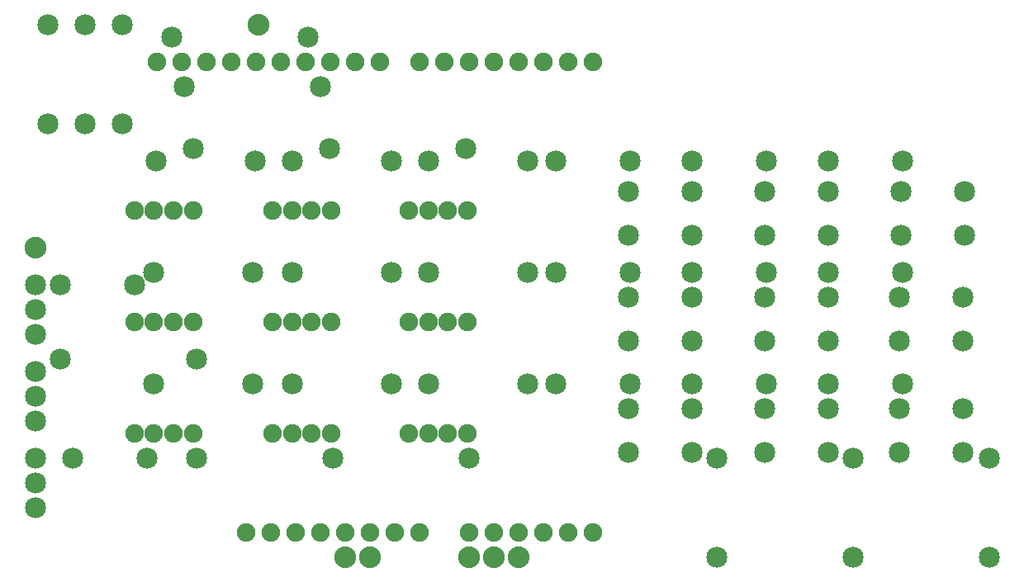
<source format=gbs>
G04 MADE WITH FRITZING*
G04 WWW.FRITZING.ORG*
G04 DOUBLE SIDED*
G04 HOLES PLATED*
G04 CONTOUR ON CENTER OF CONTOUR VECTOR*
%ASAXBY*%
%FSLAX23Y23*%
%MOIN*%
%OFA0B0*%
%SFA1.0B1.0*%
%ADD10C,0.075000*%
%ADD11C,0.085000*%
%ADD12C,0.075278*%
%ADD13C,0.088000*%
%LNMASK0*%
G90*
G70*
G54D10*
X1761Y1112D03*
X1840Y1112D03*
X1918Y1112D03*
X1997Y1112D03*
X1761Y662D03*
X1840Y662D03*
X1918Y662D03*
X1997Y662D03*
X1761Y1562D03*
X1840Y1562D03*
X1918Y1562D03*
X1997Y1562D03*
X1211Y1112D03*
X1290Y1112D03*
X1368Y1112D03*
X1447Y1112D03*
X1211Y662D03*
X1290Y662D03*
X1368Y662D03*
X1447Y662D03*
X1211Y1562D03*
X1290Y1562D03*
X1368Y1562D03*
X1447Y1562D03*
X653Y662D03*
X732Y662D03*
X811Y662D03*
X890Y662D03*
X653Y1112D03*
X732Y1112D03*
X811Y1112D03*
X890Y1112D03*
X653Y1562D03*
X732Y1562D03*
X811Y1562D03*
X890Y1562D03*
G54D11*
X2903Y1463D03*
X2647Y1463D03*
X2903Y1640D03*
X2647Y1640D03*
X2903Y585D03*
X2647Y585D03*
X2903Y763D03*
X2647Y763D03*
X2903Y1035D03*
X2647Y1035D03*
X2903Y1213D03*
X2647Y1213D03*
X3453Y585D03*
X3197Y585D03*
X3453Y763D03*
X3197Y763D03*
X3453Y1463D03*
X3197Y1463D03*
X3453Y1640D03*
X3197Y1640D03*
X3997Y585D03*
X3741Y585D03*
X3997Y763D03*
X3741Y763D03*
X4003Y1463D03*
X3747Y1463D03*
X4003Y1640D03*
X3747Y1640D03*
X3453Y1035D03*
X3197Y1035D03*
X3453Y1213D03*
X3197Y1213D03*
X3997Y1035D03*
X3741Y1035D03*
X3997Y1213D03*
X3741Y1213D03*
X3003Y162D03*
X3003Y562D03*
X3553Y162D03*
X3553Y562D03*
X4103Y162D03*
X4103Y562D03*
X2353Y1313D03*
X2653Y1313D03*
X3453Y1313D03*
X3753Y1313D03*
X2653Y1763D03*
X2353Y1763D03*
X3453Y863D03*
X3753Y863D03*
X2903Y1313D03*
X3203Y1313D03*
X3203Y1763D03*
X2903Y1763D03*
X3753Y1763D03*
X3453Y1763D03*
X2353Y863D03*
X2653Y863D03*
X2903Y863D03*
X3203Y863D03*
X2240Y1762D03*
X1840Y1762D03*
X1690Y1762D03*
X1290Y1762D03*
X2240Y1312D03*
X1840Y1312D03*
X1690Y1312D03*
X1290Y1312D03*
X1132Y1312D03*
X732Y1312D03*
X1140Y1762D03*
X740Y1762D03*
X2240Y862D03*
X1840Y862D03*
X1690Y862D03*
X1290Y862D03*
X1132Y862D03*
X732Y862D03*
G54D12*
X2103Y262D03*
X2203Y262D03*
X2303Y262D03*
X2403Y262D03*
X2503Y262D03*
X1643Y2162D03*
X1543Y2162D03*
X1443Y2162D03*
X1343Y2162D03*
X1243Y2162D03*
X1143Y2162D03*
X1043Y2162D03*
X943Y2162D03*
X843Y2162D03*
X743Y2162D03*
X2503Y2162D03*
X2403Y2162D03*
X2303Y2162D03*
X2203Y2162D03*
X2103Y2162D03*
X2003Y2162D03*
X1903Y2162D03*
X1803Y2162D03*
X1203Y262D03*
X1103Y262D03*
X1303Y262D03*
X1403Y262D03*
X1503Y262D03*
X1603Y262D03*
X1703Y262D03*
X1803Y262D03*
X2003Y262D03*
G54D11*
X903Y562D03*
X1453Y562D03*
X890Y1812D03*
X1440Y1812D03*
X1453Y562D03*
X2003Y562D03*
X1440Y1812D03*
X1990Y1812D03*
X253Y912D03*
X253Y812D03*
X253Y712D03*
X253Y562D03*
X253Y462D03*
X253Y362D03*
X253Y1262D03*
X253Y1162D03*
X253Y1062D03*
X1353Y2262D03*
X803Y2262D03*
X1403Y2062D03*
X853Y2062D03*
X353Y1262D03*
X653Y1262D03*
X403Y562D03*
X703Y562D03*
X353Y962D03*
X903Y962D03*
G54D13*
X1153Y2312D03*
X253Y1412D03*
X2003Y162D03*
X2103Y162D03*
X2203Y162D03*
X1503Y162D03*
X1603Y162D03*
G54D11*
X603Y2312D03*
X603Y1912D03*
X303Y2312D03*
X303Y1912D03*
X453Y2312D03*
X453Y1912D03*
G04 End of Mask0*
M02*
</source>
